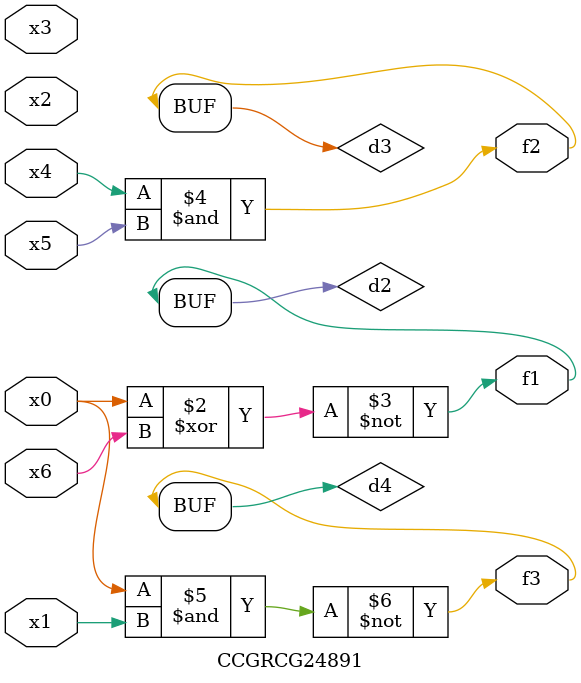
<source format=v>
module CCGRCG24891(
	input x0, x1, x2, x3, x4, x5, x6,
	output f1, f2, f3
);

	wire d1, d2, d3, d4;

	nor (d1, x0);
	xnor (d2, x0, x6);
	and (d3, x4, x5);
	nand (d4, x0, x1);
	assign f1 = d2;
	assign f2 = d3;
	assign f3 = d4;
endmodule

</source>
